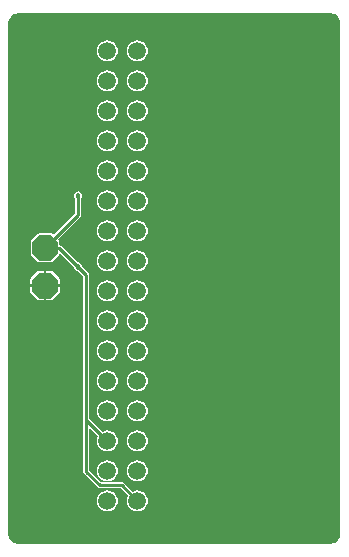
<source format=gbl>
%FSDAX24Y24*%
%MOIN*%
%SFA1B1*%

%IPPOS*%
%AMD13*
4,1,8,-0.017600,0.042500,-0.042500,0.017600,-0.042500,-0.017600,-0.017600,-0.042500,0.017600,-0.042500,0.042500,-0.017600,0.042500,0.017600,0.017600,0.042500,-0.017600,0.042500,0.0*
%
%ADD10C,0.010000*%
G04~CAMADD=13~4~0.0~0.0~850.0~850.0~0.0~249.0~0~0.0~0.0~0.0~0.0~0~0.0~0.0~0.0~0.0~0~0.0~0.0~0.0~45.0~850.0~850.0*
%ADD13D13*%
%ADD14C,0.118110*%
%ADD15C,0.059050*%
%ADD16C,0.018000*%
%LN32pinffc_breakout_pcb-1*%
%LPD*%
G36*
X052500Y042196D02*
X052562Y042170D01*
X052617Y042133*
X052665Y042086*
X052702Y042030*
X052727Y041969*
X052740Y041903*
Y041870*
Y024862*
Y024828*
X052727Y024763*
X052702Y024701*
X052665Y024646*
X052617Y024598*
X052562Y024561*
X052500Y024536*
X052435Y024523*
X041974*
X041908Y024536*
X041847Y024561*
X041791Y024598*
X041744Y024646*
X041707Y024701*
X041681Y024763*
X041668Y024828*
Y024862*
Y041870*
Y041903*
X041681Y041969*
X041707Y042030*
X041744Y042086*
X041791Y042133*
X041847Y042170*
X041908Y042196*
X041974Y042209*
X052435*
X052500Y042196*
G37*
%LN32pinffc_breakout_pcb-2*%
%LPC*%
G36*
X045972Y032304D02*
X045882Y032293D01*
X045798Y032258*
X045726Y032202*
X045670Y032130*
X045636Y032046*
X045624Y031956*
X045636Y031866*
X045670Y031782*
X045726Y031710*
X045798Y031655*
X045882Y031620*
X045972Y031608*
X046062Y031620*
X046146Y031655*
X046218Y031710*
X046274Y031782*
X046308Y031866*
X046320Y031956*
X046308Y032046*
X046274Y032130*
X046218Y032202*
X046146Y032258*
X046062Y032293*
X045972Y032304*
G37*
G36*
X044972Y033305D02*
X044882Y033293D01*
X044798Y033258*
X044726Y033203*
X044670Y033130*
X044636Y033046*
X044624Y032956*
X044636Y032866*
X044670Y032782*
X044726Y032710*
X044798Y032655*
X044882Y032620*
X044972Y032608*
X045062Y032620*
X045146Y032655*
X045218Y032710*
X045274Y032782*
X045308Y032866*
X045320Y032956*
X045308Y033046*
X045274Y033130*
X045218Y033203*
X045146Y033258*
X045062Y033293*
X044972Y033305*
G37*
G36*
X045972Y031305D02*
X045882Y031293D01*
X045798Y031258*
X045726Y031203*
X045670Y031130*
X045636Y031046*
X045624Y030956*
X045636Y030866*
X045670Y030782*
X045726Y030710*
X045798Y030655*
X045882Y030620*
X045972Y030608*
X046062Y030620*
X046146Y030655*
X046218Y030710*
X046274Y030782*
X046308Y030866*
X046320Y030956*
X046308Y031046*
X046274Y031130*
X046218Y031203*
X046146Y031258*
X046062Y031293*
X045972Y031305*
G37*
G36*
X044972Y032304D02*
X044882Y032293D01*
X044798Y032258*
X044726Y032202*
X044670Y032130*
X044636Y032046*
X044624Y031956*
X044636Y031866*
X044670Y031782*
X044726Y031710*
X044798Y031655*
X044882Y031620*
X044972Y031608*
X045062Y031620*
X045146Y031655*
X045218Y031710*
X045274Y031782*
X045308Y031866*
X045320Y031956*
X045308Y032046*
X045274Y032130*
X045218Y032202*
X045146Y032258*
X045062Y032293*
X044972Y032304*
G37*
G36*
X043383Y033089D02*
X042933D01*
Y032640*
X043106*
X043152Y032659*
X043364Y032871*
X043370Y032885*
X043383Y032917*
Y033089*
G37*
G36*
X042853Y033619D02*
X042681D01*
X042635Y033600*
X042422Y033388*
X042417Y033374*
X042403Y033342*
Y033169*
X042853*
Y033619*
G37*
G36*
X045972Y033305D02*
X045882Y033293D01*
X045798Y033258*
X045726Y033203*
X045670Y033130*
X045636Y033046*
X045624Y032956*
X045636Y032866*
X045670Y032782*
X045726Y032710*
X045798Y032655*
X045882Y032620*
X045972Y032608*
X046062Y032620*
X046146Y032655*
X046218Y032710*
X046274Y032782*
X046308Y032866*
X046320Y032956*
X046308Y033046*
X046274Y033130*
X046218Y033203*
X046146Y033258*
X046062Y033293*
X045972Y033305*
G37*
G36*
X042853Y033089D02*
X042403D01*
Y032917*
X042422Y032871*
X042635Y032659*
X042648Y032653*
X042681Y032640*
X042853*
Y033089*
G37*
G36*
X044972Y031305D02*
X044882Y031293D01*
X044798Y031258*
X044726Y031203*
X044670Y031130*
X044636Y031046*
X044624Y030956*
X044636Y030866*
X044670Y030782*
X044726Y030710*
X044798Y030655*
X044882Y030620*
X044972Y030608*
X045062Y030620*
X045146Y030655*
X045218Y030710*
X045274Y030782*
X045308Y030866*
X045320Y030956*
X045308Y031046*
X045274Y031130*
X045218Y031203*
X045146Y031258*
X045062Y031293*
X044972Y031305*
G37*
G36*
X045972Y027304D02*
X045882Y027293D01*
X045798Y027258*
X045726Y027202*
X045670Y027130*
X045636Y027046*
X045624Y026956*
X045636Y026866*
X045670Y026782*
X045726Y026710*
X045798Y026655*
X045882Y026620*
X045972Y026608*
X046062Y026620*
X046146Y026655*
X046218Y026710*
X046274Y026782*
X046308Y026866*
X046320Y026956*
X046308Y027046*
X046274Y027130*
X046218Y027202*
X046146Y027258*
X046062Y027293*
X045972Y027304*
G37*
G36*
Y028305D02*
X045882Y028293D01*
X045798Y028258*
X045726Y028203*
X045670Y028130*
X045636Y028046*
X045624Y027956*
X045636Y027866*
X045670Y027782*
X045726Y027710*
X045798Y027655*
X045882Y027620*
X045972Y027608*
X046062Y027620*
X046146Y027655*
X046218Y027710*
X046274Y027782*
X046308Y027866*
X046320Y027956*
X046308Y028046*
X046274Y028130*
X046218Y028203*
X046146Y028258*
X046062Y028293*
X045972Y028305*
G37*
G36*
X044972Y026305D02*
X044882Y026293D01*
X044798Y026258*
X044726Y026203*
X044670Y026130*
X044636Y026046*
X044624Y025956*
X044636Y025866*
X044670Y025782*
X044726Y025710*
X044798Y025655*
X044882Y025620*
X044972Y025608*
X045062Y025620*
X045146Y025655*
X045218Y025710*
X045274Y025782*
X045308Y025866*
X045320Y025956*
X045308Y026046*
X045274Y026130*
X045218Y026203*
X045146Y026258*
X045062Y026293*
X044972Y026305*
G37*
G36*
Y027304D02*
X044882Y027293D01*
X044798Y027258*
X044726Y027202*
X044670Y027130*
X044636Y027046*
X044624Y026956*
X044636Y026866*
X044670Y026782*
X044726Y026710*
X044798Y026655*
X044882Y026620*
X044972Y026608*
X045062Y026620*
X045146Y026655*
X045218Y026710*
X045274Y026782*
X045308Y026866*
X045320Y026956*
X045308Y027046*
X045274Y027130*
X045218Y027202*
X045146Y027258*
X045062Y027293*
X044972Y027304*
G37*
G36*
Y030304D02*
X044882Y030293D01*
X044798Y030258*
X044726Y030202*
X044670Y030130*
X044636Y030046*
X044624Y029956*
X044636Y029866*
X044670Y029782*
X044726Y029710*
X044798Y029655*
X044882Y029620*
X044972Y029608*
X045062Y029620*
X045146Y029655*
X045218Y029710*
X045274Y029782*
X045308Y029866*
X045320Y029956*
X045308Y030046*
X045274Y030130*
X045218Y030202*
X045146Y030258*
X045062Y030293*
X044972Y030304*
G37*
G36*
X045972D02*
X045882Y030293D01*
X045798Y030258*
X045726Y030202*
X045670Y030130*
X045636Y030046*
X045624Y029956*
X045636Y029866*
X045670Y029782*
X045726Y029710*
X045798Y029655*
X045882Y029620*
X045972Y029608*
X046062Y029620*
X046146Y029655*
X046218Y029710*
X046274Y029782*
X046308Y029866*
X046320Y029956*
X046308Y030046*
X046274Y030130*
X046218Y030202*
X046146Y030258*
X046062Y030293*
X045972Y030304*
G37*
G36*
X044972Y029305D02*
X044882Y029293D01*
X044798Y029258*
X044726Y029203*
X044670Y029130*
X044636Y029046*
X044624Y028956*
X044636Y028866*
X044670Y028782*
X044726Y028710*
X044798Y028655*
X044882Y028620*
X044972Y028608*
X045062Y028620*
X045146Y028655*
X045218Y028710*
X045274Y028782*
X045308Y028866*
X045320Y028956*
X045308Y029046*
X045274Y029130*
X045218Y029203*
X045146Y029258*
X045062Y029293*
X044972Y029305*
G37*
G36*
X045972D02*
X045882Y029293D01*
X045798Y029258*
X045726Y029203*
X045670Y029130*
X045636Y029046*
X045624Y028956*
X045636Y028866*
X045670Y028782*
X045726Y028710*
X045798Y028655*
X045882Y028620*
X045972Y028608*
X046062Y028620*
X046146Y028655*
X046218Y028710*
X046274Y028782*
X046308Y028866*
X046320Y028956*
X046308Y029046*
X046274Y029130*
X046218Y029203*
X046146Y029258*
X046062Y029293*
X045972Y029305*
G37*
G36*
Y038305D02*
X045882Y038293D01*
X045798Y038258*
X045726Y038203*
X045670Y038130*
X045636Y038046*
X045624Y037956*
X045636Y037866*
X045670Y037782*
X045726Y037710*
X045798Y037655*
X045882Y037620*
X045972Y037608*
X046062Y037620*
X046146Y037655*
X046218Y037710*
X046274Y037782*
X046308Y037866*
X046320Y037956*
X046308Y038046*
X046274Y038130*
X046218Y038203*
X046146Y038258*
X046062Y038293*
X045972Y038305*
G37*
G36*
X044972Y039305D02*
X044882Y039293D01*
X044798Y039258*
X044726Y039202*
X044670Y039130*
X044636Y039046*
X044624Y038956*
X044636Y038866*
X044670Y038782*
X044726Y038710*
X044798Y038655*
X044882Y038620*
X044972Y038608*
X045062Y038620*
X045146Y038655*
X045218Y038710*
X045274Y038782*
X045308Y038866*
X045320Y038956*
X045308Y039046*
X045274Y039130*
X045218Y039202*
X045146Y039258*
X045062Y039293*
X044972Y039305*
G37*
G36*
X045972Y037304D02*
X045882Y037293D01*
X045798Y037258*
X045726Y037202*
X045670Y037130*
X045636Y037046*
X045624Y036956*
X045636Y036866*
X045670Y036782*
X045726Y036710*
X045798Y036655*
X045882Y036620*
X045972Y036608*
X046062Y036620*
X046146Y036655*
X046218Y036710*
X046274Y036782*
X046308Y036866*
X046320Y036956*
X046308Y037046*
X046274Y037130*
X046218Y037202*
X046146Y037258*
X046062Y037293*
X045972Y037304*
G37*
G36*
X044972Y038305D02*
X044882Y038293D01*
X044798Y038258*
X044726Y038203*
X044670Y038130*
X044636Y038046*
X044624Y037956*
X044636Y037866*
X044670Y037782*
X044726Y037710*
X044798Y037655*
X044882Y037620*
X044972Y037608*
X045062Y037620*
X045146Y037655*
X045218Y037710*
X045274Y037782*
X045308Y037866*
X045320Y037956*
X045308Y038046*
X045274Y038130*
X045218Y038203*
X045146Y038258*
X045062Y038293*
X044972Y038305*
G37*
G36*
X045972Y039305D02*
X045882Y039293D01*
X045798Y039258*
X045726Y039202*
X045670Y039130*
X045636Y039046*
X045624Y038956*
X045636Y038866*
X045670Y038782*
X045726Y038710*
X045798Y038655*
X045882Y038620*
X045972Y038608*
X046062Y038620*
X046146Y038655*
X046218Y038710*
X046274Y038782*
X046308Y038866*
X046320Y038956*
X046308Y039046*
X046274Y039130*
X046218Y039202*
X046146Y039258*
X046062Y039293*
X045972Y039305*
G37*
G36*
X044972Y041305D02*
X044882Y041293D01*
X044798Y041258*
X044726Y041203*
X044670Y041130*
X044636Y041046*
X044624Y040956*
X044636Y040866*
X044670Y040782*
X044726Y040710*
X044798Y040655*
X044882Y040620*
X044972Y040608*
X045062Y040620*
X045146Y040655*
X045218Y040710*
X045274Y040782*
X045308Y040866*
X045320Y040956*
X045308Y041046*
X045274Y041130*
X045218Y041203*
X045146Y041258*
X045062Y041293*
X044972Y041305*
G37*
G36*
X045972D02*
X045882Y041293D01*
X045798Y041258*
X045726Y041203*
X045670Y041130*
X045636Y041046*
X045624Y040956*
X045636Y040866*
X045670Y040782*
X045726Y040710*
X045798Y040655*
X045882Y040620*
X045972Y040608*
X046062Y040620*
X046146Y040655*
X046218Y040710*
X046274Y040782*
X046308Y040866*
X046320Y040956*
X046308Y041046*
X046274Y041130*
X046218Y041203*
X046146Y041258*
X046062Y041293*
X045972Y041305*
G37*
G36*
X044972Y040305D02*
X044882Y040293D01*
X044798Y040258*
X044726Y040203*
X044670Y040130*
X044636Y040046*
X044624Y039956*
X044636Y039866*
X044670Y039782*
X044726Y039710*
X044798Y039655*
X044882Y039620*
X044972Y039608*
X045062Y039620*
X045146Y039655*
X045218Y039710*
X045274Y039782*
X045308Y039866*
X045320Y039956*
X045308Y040046*
X045274Y040130*
X045218Y040203*
X045146Y040258*
X045062Y040293*
X044972Y040305*
G37*
G36*
X045972D02*
X045882Y040293D01*
X045798Y040258*
X045726Y040203*
X045670Y040130*
X045636Y040046*
X045624Y039956*
X045636Y039866*
X045670Y039782*
X045726Y039710*
X045798Y039655*
X045882Y039620*
X045972Y039608*
X046062Y039620*
X046146Y039655*
X046218Y039710*
X046274Y039782*
X046308Y039866*
X046320Y039956*
X046308Y040046*
X046274Y040130*
X046218Y040203*
X046146Y040258*
X046062Y040293*
X045972Y040305*
G37*
G36*
Y034305D02*
X045882Y034293D01*
X045798Y034258*
X045726Y034203*
X045670Y034130*
X045636Y034046*
X045624Y033956*
X045636Y033866*
X045670Y033782*
X045726Y033710*
X045798Y033655*
X045882Y033620*
X045972Y033608*
X046062Y033620*
X046146Y033655*
X046218Y033710*
X046274Y033782*
X046308Y033866*
X046320Y033956*
X046308Y034046*
X046274Y034130*
X046218Y034203*
X046146Y034258*
X046062Y034293*
X045972Y034305*
G37*
G36*
X044972Y035304D02*
X044882Y035293D01*
X044798Y035258*
X044726Y035202*
X044670Y035130*
X044636Y035046*
X044624Y034956*
X044636Y034866*
X044670Y034782*
X044726Y034710*
X044798Y034655*
X044882Y034620*
X044972Y034608*
X045062Y034620*
X045146Y034655*
X045218Y034710*
X045274Y034782*
X045308Y034866*
X045320Y034956*
X045308Y035046*
X045274Y035130*
X045218Y035202*
X045146Y035258*
X045062Y035293*
X044972Y035304*
G37*
G36*
X043106Y033619D02*
X042933D01*
Y033169*
X043383*
Y033342*
X043364Y033388*
X043152Y033600*
X043138Y033606*
X043106Y033619*
G37*
G36*
X044972Y034305D02*
X044882Y034293D01*
X044798Y034258*
X044726Y034203*
X044670Y034130*
X044636Y034046*
X044624Y033956*
X044636Y033866*
X044670Y033782*
X044726Y033710*
X044798Y033655*
X044882Y033620*
X044972Y033608*
X045062Y033620*
X045146Y033655*
X045218Y033710*
X045274Y033782*
X045308Y033866*
X045320Y033956*
X045308Y034046*
X045274Y034130*
X045218Y034203*
X045146Y034258*
X045062Y034293*
X044972Y034305*
G37*
G36*
X045972Y035304D02*
X045882Y035293D01*
X045798Y035258*
X045726Y035202*
X045670Y035130*
X045636Y035046*
X045624Y034956*
X045636Y034866*
X045670Y034782*
X045726Y034710*
X045798Y034655*
X045882Y034620*
X045972Y034608*
X046062Y034620*
X046146Y034655*
X046218Y034710*
X046274Y034782*
X046308Y034866*
X046320Y034956*
X046308Y035046*
X046274Y035130*
X046218Y035202*
X046146Y035258*
X046062Y035293*
X045972Y035304*
G37*
G36*
Y036305D02*
X045882Y036293D01*
X045798Y036258*
X045726Y036203*
X045670Y036130*
X045636Y036046*
X045624Y035956*
X045636Y035866*
X045670Y035782*
X045726Y035710*
X045798Y035655*
X045882Y035620*
X045972Y035608*
X046062Y035620*
X046146Y035655*
X046218Y035710*
X046274Y035782*
X046308Y035866*
X046320Y035956*
X046308Y036046*
X046274Y036130*
X046218Y036203*
X046146Y036258*
X046062Y036293*
X045972Y036305*
G37*
G36*
X044972Y037304D02*
X044882Y037293D01*
X044798Y037258*
X044726Y037202*
X044670Y037130*
X044636Y037046*
X044624Y036956*
X044636Y036866*
X044670Y036782*
X044726Y036710*
X044798Y036655*
X044882Y036620*
X044972Y036608*
X045062Y036620*
X045146Y036655*
X045218Y036710*
X045274Y036782*
X045308Y036866*
X045320Y036956*
X045308Y037046*
X045274Y037130*
X045218Y037202*
X045146Y037258*
X045062Y037293*
X044972Y037304*
G37*
G36*
X043996Y036264D02*
X043941Y036253D01*
X043895Y036223*
X043864Y036176*
X043853Y036122*
X043864Y036067*
X043894Y036022*
Y035534*
X043178Y034818*
X043144Y034853*
X043106Y034868*
X042681*
X042642Y034853*
X042430Y034640*
X042414Y034602*
Y034177*
X042430Y034139*
X042642Y033926*
X042681Y033910*
X043106*
X043144Y033926*
X043357Y034139*
X043372Y034177*
Y034238*
X043853Y033758*
X043864Y033705*
X043895Y033658*
X043941Y033628*
X043994Y033617*
X044169Y033442*
Y028657*
Y026929*
X044177Y026890*
X044199Y026857*
X044652Y026404*
X044685Y026382*
X044724Y026374*
X045410*
X045666Y026119*
X045636Y026046*
X045624Y025956*
X045636Y025866*
X045670Y025782*
X045726Y025710*
X045798Y025655*
X045882Y025620*
X045972Y025608*
X046062Y025620*
X046146Y025655*
X046218Y025710*
X046274Y025782*
X046308Y025866*
X046320Y025956*
X046308Y026046*
X046274Y026130*
X046218Y026203*
X046146Y026258*
X046062Y026293*
X045972Y026305*
X045882Y026293*
X045810Y026263*
X045524Y026548*
X045491Y026570*
X045452Y026578*
X044766*
X044373Y026971*
Y028411*
X044666Y028119*
X044636Y028046*
X044624Y027956*
X044636Y027866*
X044670Y027782*
X044726Y027710*
X044798Y027655*
X044882Y027620*
X044972Y027608*
X045062Y027620*
X045146Y027655*
X045218Y027710*
X045274Y027782*
X045308Y027866*
X045320Y027956*
X045308Y028046*
X045274Y028130*
X045218Y028203*
X045146Y028258*
X045062Y028293*
X044972Y028305*
X044882Y028293*
X044810Y028263*
X044373Y028699*
Y033484*
X044365Y033523*
X044343Y033556*
X044138Y033761*
X044127Y033814*
X044097Y033860*
X044050Y033891*
X043997Y033902*
X043438Y034461*
X043405Y034484*
X043372Y034490*
Y034602*
X043357Y034640*
X043322Y034674*
X044068Y035420*
X044090Y035453*
X044098Y035492*
Y036022*
X044127Y036067*
X044138Y036122*
X044127Y036176*
X044097Y036223*
X044050Y036253*
X043996Y036264*
G37*
G36*
X044972Y036305D02*
X044882Y036293D01*
X044798Y036258*
X044726Y036203*
X044670Y036130*
X044636Y036046*
X044624Y035956*
X044636Y035866*
X044670Y035782*
X044726Y035710*
X044798Y035655*
X044882Y035620*
X044972Y035608*
X045062Y035620*
X045146Y035655*
X045218Y035710*
X045274Y035782*
X045308Y035866*
X045320Y035956*
X045308Y036046*
X045274Y036130*
X045218Y036203*
X045146Y036258*
X045062Y036293*
X044972Y036305*
G37*
%LN32pinffc_breakout_pcb-3*%
%LPD*%
G54D10*
X043996Y035492D02*
Y036122D01*
X042893Y034389D02*
X043996Y035492D01*
X043366Y034389D02*
X043996Y033759D01*
X042893Y034389D02*
X043366D01*
X044724Y026476D02*
X045452D01*
X044271Y026929D02*
X044724Y026476D01*
X044271Y026929D02*
Y028657D01*
X045452Y026476D02*
X045972Y025956D01*
X044271Y028657D02*
Y033484D01*
X043996Y033759D02*
X044271Y033484D01*
Y028657D02*
X044972Y027956D01*
G54D13*
X042893Y034389D03*
Y033129D03*
G54D14*
X051377Y025885D03*
X043011D03*
X051377Y040846D03*
X043011D03*
G54D15*
X045972Y026956D03*
X044972D03*
X045972Y040956D03*
Y039956D03*
Y038956D03*
Y037956D03*
Y036956D03*
X044972Y040956D03*
Y039956D03*
Y038956D03*
Y037956D03*
Y036956D03*
Y032956D03*
Y033956D03*
Y034956D03*
Y035956D03*
X045972Y032956D03*
Y033956D03*
Y034956D03*
Y035956D03*
Y031956D03*
Y030956D03*
Y029956D03*
X044972Y031956D03*
Y030956D03*
Y029956D03*
Y027956D03*
Y028956D03*
X045972Y027956D03*
Y028956D03*
X044972Y025956D03*
X045972D03*
G54D16*
X043602Y031397D03*
X043996Y036122D03*
Y033759D03*
X043602D03*
X043011Y026700D03*
X042197Y025885D03*
X043011Y025071D03*
X043826Y025885D03*
X050802Y026461D03*
Y025310D03*
X051953D03*
Y026461D03*
X052192Y040846D03*
X051377Y040032D03*
X050563Y040846D03*
X051377Y041660D03*
X043587Y041422D03*
Y040270D03*
X042436D03*
Y041422D03*
X041908Y041988D03*
X052476Y024775D03*
X041908Y024767D03*
X047220Y041000D03*
X052035Y027255D03*
X045421Y025153D03*
X048098Y025622D03*
X050917Y031710D03*
X050858Y034842D03*
X050862Y037248D03*
X049500Y028500D03*
X048000Y040500D03*
X051750Y039000D03*
X052500Y034500D03*
X051750Y033000D03*
X042000Y037500D03*
X044250Y039000D03*
X043500Y028500D03*
X042750Y039000D03*
X051750Y030000D03*
Y036000D03*
X052500Y028500D03*
X042000Y034500D03*
X042750Y036000D03*
X051000Y028500D03*
X052500Y031500D03*
Y037500D03*
X042000Y031500D03*
X050250Y027000D03*
X043500Y037500D03*
X042000Y028500D03*
X049500Y040500D03*
X048750Y027000D03*
X042750Y030000D03*
M02*
</source>
